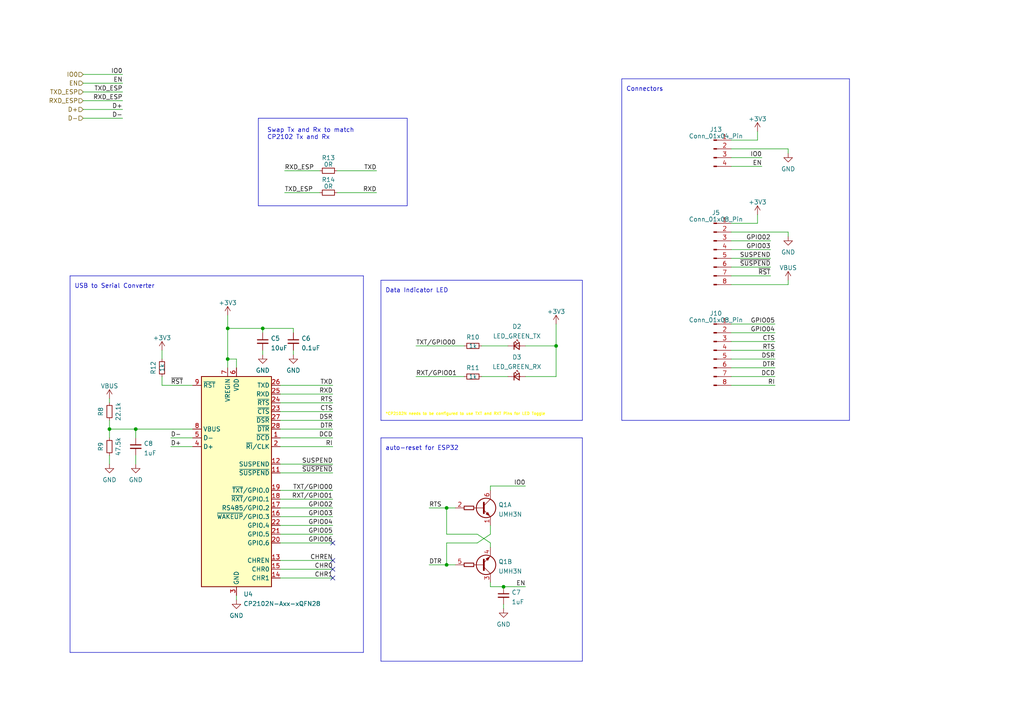
<source format=kicad_sch>
(kicad_sch (version 20230121) (generator eeschema)
  (paper "A4")
  (lib_symbols
    (symbol "Connector:Conn_01x04_Pin" (pin_names (offset 1.016) hide)
      (property "Reference" "J" (at 0 5.08 0))
      (property "Value" "Conn_01x04_Pin" (at 0 -7.62 0))
      (symbol "Conn_01x04_Pin_1_1"
        (polyline (pts (xy 1.27 -5.08) (xy 0.8636 -5.08)) (stroke (width 0.1524)))
        (polyline (pts (xy 1.27 -2.54) (xy 0.8636 -2.54)) (stroke (width 0.1524)))
        (polyline (pts (xy 1.27 0) (xy 0.8636 0)) (stroke (width 0.1524)))
        (polyline (pts (xy 1.27 2.54) (xy 0.8636 2.54)) (stroke (width 0.1524)))
        (rectangle (start 0.8636 -4.953) (end 0 -5.207) (stroke (width 0.1524)) (fill (type outline)))
        (rectangle (start 0.8636 -2.413) (end 0 -2.667) (stroke (width 0.1524)) (fill (type outline)))
        (rectangle (start 0.8636 0.127) (end 0 -0.127) (stroke (width 0.1524)) (fill (type outline)))
        (rectangle (start 0.8636 2.667) (end 0 2.413) (stroke (width 0.1524)) (fill (type outline)))
        (pin passive line (at 5.08 2.54 180) (length 3.81) (name "Pin_1") (number "1"))
        (pin passive line (at 5.08 0 180) (length 3.81) (name "Pin_2") (number "2"))
        (pin passive line (at 5.08 -2.54 180) (length 3.81) (name "Pin_3") (number "3"))
        (pin passive line (at 5.08 -5.08 180) (length 3.81) (name "Pin_4") (number "4"))
      )
    )
    (symbol "Connector:Conn_01x08_Pin" (pin_names (offset 1.016) hide)
      (property "Reference" "J" (at 0 10.16 0))
      (property "Value" "Conn_01x08_Pin" (at 0 -12.7 0))
      (symbol "Conn_01x08_Pin_1_1"
        (polyline (pts (xy 1.27 -10.16) (xy 0.8636 -10.16)) (stroke (width 0.1524)))
        (polyline (pts (xy 1.27 -7.62) (xy 0.8636 -7.62)) (stroke (width 0.1524)))
        (polyline (pts (xy 1.27 -5.08) (xy 0.8636 -5.08)) (stroke (width 0.1524)))
        (polyline (pts (xy 1.27 -2.54) (xy 0.8636 -2.54)) (stroke (width 0.1524)))
        (polyline (pts (xy 1.27 0) (xy 0.8636 0)) (stroke (width 0.1524)))
        (polyline (pts (xy 1.27 2.54) (xy 0.8636 2.54)) (stroke (width 0.1524)))
        (polyline (pts (xy 1.27 5.08) (xy 0.8636 5.08)) (stroke (width 0.1524)))
        (polyline (pts (xy 1.27 7.62) (xy 0.8636 7.62)) (stroke (width 0.1524)))
        (rectangle (start 0.8636 -10.033) (end 0 -10.287) (stroke (width 0.1524)) (fill (type outline)))
        (rectangle (start 0.8636 -7.493) (end 0 -7.747) (stroke (width 0.1524)) (fill (type outline)))
        (rectangle (start 0.8636 -4.953) (end 0 -5.207) (stroke (width 0.1524)) (fill (type outline)))
        (rectangle (start 0.8636 -2.413) (end 0 -2.667) (stroke (width 0.1524)) (fill (type outline)))
        (rectangle (start 0.8636 0.127) (end 0 -0.127) (stroke (width 0.1524)) (fill (type outline)))
        (rectangle (start 0.8636 2.667) (end 0 2.413) (stroke (width 0.1524)) (fill (type outline)))
        (rectangle (start 0.8636 5.207) (end 0 4.953) (stroke (width 0.1524)) (fill (type outline)))
        (rectangle (start 0.8636 7.747) (end 0 7.493) (stroke (width 0.1524)) (fill (type outline)))
        (pin passive line (at 5.08 7.62 180) (length 3.81) (name "Pin_1") (number "1"))
        (pin passive line (at 5.08 5.08 180) (length 3.81) (name "Pin_2") (number "2"))
        (pin passive line (at 5.08 2.54 180) (length 3.81) (name "Pin_3") (number "3"))
        (pin passive line (at 5.08 0 180) (length 3.81) (name "Pin_4") (number "4"))
        (pin passive line (at 5.08 -2.54 180) (length 3.81) (name "Pin_5") (number "5"))
        (pin passive line (at 5.08 -5.08 180) (length 3.81) (name "Pin_6") (number "6"))
        (pin passive line (at 5.08 -7.62 180) (length 3.81) (name "Pin_7") (number "7"))
        (pin passive line (at 5.08 -10.16 180) (length 3.81) (name "Pin_8") (number "8"))
      )
    )
    (symbol "Device:C_Small" (pin_numbers hide) (pin_names (offset 0.254) hide)
      (property "Reference" "C" (at 0.254 1.778 0))
      (property "Value" "C_Small" (at 0.254 -2.032 0))
      (symbol "C_Small_0_1"
        (polyline (pts (xy -1.524 -0.508) (xy 1.524 -0.508)) (stroke (width 0.3302)))
        (polyline (pts (xy -1.524 0.508) (xy 1.524 0.508)) (stroke (width 0.3048)))
      )
      (symbol "C_Small_1_1"
        (pin passive line (at 0 2.54 270) (length 2.032) (name "~") (number "1"))
        (pin passive line (at 0 -2.54 90) (length 2.032) (name "~") (number "2"))
      )
    )
    (symbol "Device:LED_Small" (pin_numbers hide) (pin_names (offset 0.254) hide)
      (property "Reference" "D" (at -1.27 3.175 0))
      (property "Value" "LED_Small" (at -4.445 -2.54 0))
      (symbol "LED_Small_0_1"
        (polyline (pts (xy -0.762 -1.016) (xy -0.762 1.016)) (stroke (width 0.254)))
        (polyline (pts (xy 1.016 0) (xy -0.762 0)))
        (polyline (pts (xy 0.762 -1.016) (xy -0.762 0) (xy 0.762 1.016) (xy 0.762 -1.016)) (stroke (width 0.254)))
        (polyline (pts (xy 0 0.762) (xy -0.508 1.27) (xy -0.254 1.27) (xy -0.508 1.27) (xy -0.508 1.016)))
        (polyline (pts (xy 0.508 1.27) (xy 0 1.778) (xy 0.254 1.778) (xy 0 1.778) (xy 0 1.524)))
      )
      (symbol "LED_Small_1_1"
        (pin passive line (at -2.54 0 0) (length 1.778) (name "K") (number "1"))
        (pin passive line (at 2.54 0 180) (length 1.778) (name "A") (number "2"))
      )
    )
    (symbol "Device:R_Small" (pin_numbers hide) (pin_names (offset 0.254) hide)
      (property "Reference" "R" (at 0.762 0.508 0))
      (property "Value" "R_Small" (at 0.762 -1.016 0))
      (symbol "R_Small_0_1"
        (rectangle (start -0.762 1.778) (end 0.762 -1.778) (stroke (width 0.2032)))
      )
      (symbol "R_Small_1_1"
        (pin passive line (at 0 2.54 270) (length 0.762) (name "~") (number "1"))
        (pin passive line (at 0 -2.54 90) (length 0.762) (name "~") (number "2"))
      )
    )
    (symbol "Interface_USB:CP2102N-Axx-xQFN28"
      (property "Reference" "U" (at -8.89 31.75 0))
      (property "Value" "CP2102N-Axx-xQFN28" (at 12.7 31.75 0))
      (symbol "CP2102N-Axx-xQFN28_0_1"
        (rectangle (start -10.16 30.48) (end 10.16 -30.48) (stroke (width 0.254)) (fill (type background)))
      )
      (symbol "CP2102N-Axx-xQFN28_1_1"
        (pin input line (at 12.7 12.7 180) (length 2.54) (name "~{DCD}") (number "1"))
        (pin no_connect line (at -10.16 -27.94 0) (length 2.54) hide (name "NC") (number "10"))
        (pin output line (at 12.7 2.54 180) (length 2.54) (name "~{SUSPEND}") (number "11"))
        (pin output line (at 12.7 5.08 180) (length 2.54) (name "SUSPEND") (number "12"))
        (pin output line (at 12.7 -22.86 180) (length 2.54) (name "CHREN") (number "13"))
        (pin output line (at 12.7 -27.94 180) (length 2.54) (name "CHR1") (number "14"))
        (pin output line (at 12.7 -25.4 180) (length 2.54) (name "CHR0") (number "15"))
        (pin bidirectional line (at 12.7 -10.16 180) (length 2.54) (name "~{WAKEUP}/GPIO.3") (number "16"))
        (pin bidirectional line (at 12.7 -7.62 180) (length 2.54) (name "RS485/GPIO.2") (number "17"))
        (pin bidirectional line (at 12.7 -5.08 180) (length 2.54) (name "~{RXT}/GPIO.1") (number "18"))
        (pin bidirectional line (at 12.7 -2.54 180) (length 2.54) (name "~{TXT}/GPIO.0") (number "19"))
        (pin bidirectional line (at 12.7 10.16 180) (length 2.54) (name "~{RI}/CLK") (number "2"))
        (pin bidirectional line (at 12.7 -17.78 180) (length 2.54) (name "GPIO.6") (number "20"))
        (pin bidirectional line (at 12.7 -15.24 180) (length 2.54) (name "GPIO.5") (number "21"))
        (pin bidirectional line (at 12.7 -12.7 180) (length 2.54) (name "GPIO.4") (number "22"))
        (pin input line (at 12.7 20.32 180) (length 2.54) (name "~{CTS}") (number "23"))
        (pin output line (at 12.7 22.86 180) (length 2.54) (name "~{RTS}") (number "24"))
        (pin input line (at 12.7 25.4 180) (length 2.54) (name "RXD") (number "25"))
        (pin output line (at 12.7 27.94 180) (length 2.54) (name "TXD") (number "26"))
        (pin input line (at 12.7 17.78 180) (length 2.54) (name "~{DSR}") (number "27"))
        (pin output line (at 12.7 15.24 180) (length 2.54) (name "~{DTR}") (number "28"))
        (pin passive line (at 0 -33.02 90) (length 2.54) hide (name "GND") (number "29"))
        (pin power_in line (at 0 -33.02 90) (length 2.54) (name "GND") (number "3"))
        (pin bidirectional line (at -12.7 10.16 0) (length 2.54) (name "D+") (number "4"))
        (pin bidirectional line (at -12.7 12.7 0) (length 2.54) (name "D-") (number "5"))
        (pin power_in line (at 0 33.02 270) (length 2.54) (name "VDD") (number "6"))
        (pin power_in line (at -2.54 33.02 270) (length 2.54) (name "VREGIN") (number "7"))
        (pin input line (at -12.7 15.24 0) (length 2.54) (name "VBUS") (number "8"))
        (pin input line (at -12.7 27.94 0) (length 2.54) (name "~{RST}") (number "9"))
      )
    )
    (symbol "Transistor_BJT:UMH3N" (pin_names hide)
      (property "Reference" "Q" (at 7.62 1.27 0))
      (property "Value" "UMH3N" (at 7.62 -1.27 0))
      (symbol "UMH3N_0_1"
        (polyline (pts (xy 3.175 0) (xy 0.254 0)))
        (polyline (pts (xy 3.175 0.635) (xy 5.08 2.54)))
        (polyline (pts (xy 3.175 1.524) (xy 3.175 -1.524)) (stroke (width 0.508)))
        (polyline (pts (xy 3.175 -0.635) (xy 5.08 -2.54) (xy 5.08 -2.54)))
        (polyline (pts (xy 3.81 -1.778) (xy 4.318 -1.27) (xy 4.826 -2.286) (xy 3.81 -1.778) (xy 3.81 -1.778)) (fill (type outline)))
        (rectangle (start 0.254 0.508) (end -2.54 -0.508) (stroke (width 0.254)))
        (circle (center 3.81 0) (radius 2.8194) (stroke (width 0.254)))
      )
      (symbol "UMH3N_1_1"
        (pin passive line (at 5.08 -5.08 90) (length 2.54) (name "E1") (number "1"))
        (pin input line (at -5.08 0 0) (length 2.54) (name "B1") (number "2"))
        (pin passive line (at 5.08 5.08 270) (length 2.54) (name "C1") (number "6"))
      )
      (symbol "UMH3N_2_1"
        (pin passive line (at 5.08 5.08 270) (length 2.54) (name "C2") (number "3"))
        (pin passive line (at 5.08 -5.08 90) (length 2.54) (name "E2") (number "4"))
        (pin input line (at -5.08 0 0) (length 2.54) (name "B2") (number "5"))
      )
    )
    (symbol "power:+3V3" (power) (pin_names (offset 0))
      (property "Value" "+3V3" (at 0 3.556 0))
      (symbol "+3V3_0_1"
        (polyline (pts (xy -0.762 1.27) (xy 0 2.54)))
        (polyline (pts (xy 0 0) (xy 0 2.54)))
        (polyline (pts (xy 0 2.54) (xy 0.762 1.27)))
      )
      (symbol "+3V3_1_1"
        (pin power_in line (at 0 0 90) (length 0) hide (name "+3V3") (number "1"))
      )
    )
    (symbol "power:GND" (power) (pin_names (offset 0))
      (property "Value" "GND" (at 0 -3.81 0))
      (symbol "GND_0_1"
        (polyline (pts (xy 0 0) (xy 0 -1.27) (xy 1.27 -1.27) (xy 0 -2.54) (xy -1.27 -1.27) (xy 0 -1.27)))
      )
      (symbol "GND_1_1"
        (pin power_in line (at 0 0 270) (length 0) hide (name "GND") (number "1"))
      )
    )
    (symbol "power:VBUS" (power) (pin_names (offset 0))
      (property "Value" "VBUS" (at 0 3.81 0))
      (symbol "VBUS_0_1"
        (polyline (pts (xy -0.762 1.27) (xy 0 2.54)))
        (polyline (pts (xy 0 0) (xy 0 2.54)))
        (polyline (pts (xy 0 2.54) (xy 0.762 1.27)))
      )
      (symbol "VBUS_1_1"
        (pin power_in line (at 0 0 90) (length 0) hide (name "VBUS") (number "1"))
      )
    )
  )
  (junction (at 31.75 124.46))
  (junction (at 129.54 147.32))
  (junction (at 161.29 100.33))
  (junction (at 66.04 104.14))
  (junction (at 39.37 124.46))
  (junction (at 76.2 95.25))
  (junction (at 129.54 163.83))
  (junction (at 66.04 95.25))
  (junction (at 146.05 170.18))
  (no_connect (at 96.52 157.48))
  (no_connect (at 96.52 162.56))
  (no_connect (at 96.52 167.64))
  (no_connect (at 96.52 165.1))
  (wire (pts (xy 66.04 91.44) (xy 66.04 95.25)))
  (polyline (pts (xy 110.49 81.28) (xy 110.49 121.92)))
  (wire (pts (xy 212.09 69.85) (xy 223.52 69.85)))
  (wire (pts (xy 142.24 170.18) (xy 142.24 168.91)))
  (wire (pts (xy 81.28 165.1) (xy 96.52 165.1)))
  (polyline (pts (xy 105.41 189.23) (xy 105.41 80.01)))
  (wire (pts (xy 76.2 101.6) (xy 76.2 102.87)))
  (wire (pts (xy 219.71 38.1) (xy 219.71 40.64)))
  (wire (pts (xy 212.09 99.06) (xy 224.79 99.06)))
  (wire (pts (xy 139.7 109.22) (xy 147.32 109.22)))
  (wire (pts (xy 219.71 64.77) (xy 212.09 64.77)))
  (polyline (pts (xy 110.49 127) (xy 110.49 191.77)))
  (wire (pts (xy 228.6 44.45) (xy 228.6 43.18)))
  (wire (pts (xy 81.28 152.4) (xy 96.52 152.4)))
  (wire (pts (xy 81.28 147.32) (xy 96.52 147.32)))
  (polyline (pts (xy 168.91 191.77) (xy 110.49 191.77)))
  (wire (pts (xy 219.71 62.23) (xy 219.71 64.77)))
  (wire (pts (xy 81.28 154.94) (xy 96.52 154.94)))
  (wire (pts (xy 81.28 127) (xy 96.52 127)))
  (wire (pts (xy 68.58 172.72) (xy 68.58 173.99)))
  (wire (pts (xy 68.58 106.68) (xy 68.58 104.14)))
  (wire (pts (xy 212.09 104.14) (xy 224.79 104.14)))
  (wire (pts (xy 24.13 24.13) (xy 35.56 24.13)))
  (wire (pts (xy 49.53 127) (xy 55.88 127)))
  (wire (pts (xy 212.09 82.55) (xy 228.6 82.55)))
  (wire (pts (xy 142.24 158.75) (xy 142.24 157.48)))
  (wire (pts (xy 46.99 101.6) (xy 46.99 104.14)))
  (polyline (pts (xy 168.91 127) (xy 168.91 191.77)))
  (wire (pts (xy 228.6 43.18) (xy 212.09 43.18)))
  (wire (pts (xy 212.09 106.68) (xy 224.79 106.68)))
  (wire (pts (xy 81.28 124.46) (xy 96.52 124.46)))
  (wire (pts (xy 81.28 142.24) (xy 96.52 142.24)))
  (wire (pts (xy 82.55 49.53) (xy 92.71 49.53)))
  (polyline (pts (xy 74.93 34.29) (xy 118.11 34.29)))
  (polyline (pts (xy 246.38 22.86) (xy 246.38 121.92)))
  (wire (pts (xy 212.09 101.6) (xy 224.79 101.6)))
  (wire (pts (xy 212.09 77.47) (xy 223.52 77.47)))
  (wire (pts (xy 146.05 170.18) (xy 142.24 170.18)))
  (wire (pts (xy 66.04 104.14) (xy 66.04 106.68)))
  (wire (pts (xy 81.28 149.86) (xy 96.52 149.86)))
  (polyline (pts (xy 118.11 59.69) (xy 74.93 59.69)))
  (wire (pts (xy 212.09 74.93) (xy 223.52 74.93)))
  (wire (pts (xy 228.6 67.31) (xy 228.6 68.58)))
  (wire (pts (xy 212.09 96.52) (xy 224.79 96.52)))
  (wire (pts (xy 97.79 55.88) (xy 109.22 55.88)))
  (polyline (pts (xy 110.49 127) (xy 168.91 127)))
  (wire (pts (xy 161.29 93.98) (xy 161.29 100.33)))
  (wire (pts (xy 152.4 170.18) (xy 146.05 170.18)))
  (wire (pts (xy 142.24 140.97) (xy 142.24 142.24)))
  (polyline (pts (xy 180.34 22.86) (xy 246.38 22.86)))
  (wire (pts (xy 146.05 175.26) (xy 146.05 176.53)))
  (wire (pts (xy 31.75 124.46) (xy 39.37 124.46)))
  (wire (pts (xy 152.4 140.97) (xy 142.24 140.97)))
  (wire (pts (xy 46.99 111.76) (xy 55.88 111.76)))
  (wire (pts (xy 129.54 157.48) (xy 129.54 163.83)))
  (wire (pts (xy 46.99 109.22) (xy 46.99 111.76)))
  (polyline (pts (xy 110.49 121.92) (xy 168.91 121.92)))
  (wire (pts (xy 212.09 67.31) (xy 228.6 67.31)))
  (wire (pts (xy 85.09 96.52) (xy 85.09 95.25)))
  (wire (pts (xy 39.37 124.46) (xy 55.88 124.46)))
  (wire (pts (xy 129.54 163.83) (xy 132.08 163.83)))
  (wire (pts (xy 24.13 26.67) (xy 35.56 26.67)))
  (wire (pts (xy 212.09 93.98) (xy 224.79 93.98)))
  (wire (pts (xy 228.6 81.28) (xy 228.6 82.55)))
  (wire (pts (xy 81.28 129.54) (xy 96.52 129.54)))
  (wire (pts (xy 66.04 95.25) (xy 76.2 95.25)))
  (wire (pts (xy 81.28 167.64) (xy 96.52 167.64)))
  (wire (pts (xy 120.65 100.33) (xy 134.62 100.33)))
  (wire (pts (xy 129.54 154.94) (xy 129.54 147.32)))
  (wire (pts (xy 76.2 95.25) (xy 85.09 95.25)))
  (wire (pts (xy 219.71 40.64) (xy 212.09 40.64)))
  (wire (pts (xy 31.75 121.92) (xy 31.75 124.46)))
  (polyline (pts (xy 105.41 80.01) (xy 20.32 80.01)))
  (wire (pts (xy 138.43 154.94) (xy 129.54 154.94)))
  (wire (pts (xy 82.55 55.88) (xy 92.71 55.88)))
  (wire (pts (xy 81.28 162.56) (xy 96.52 162.56)))
  (polyline (pts (xy 74.93 59.69) (xy 74.93 34.29)))
  (polyline (pts (xy 118.11 34.29) (xy 118.11 59.69)))
  (polyline (pts (xy 20.32 80.01) (xy 20.32 189.23)))
  (wire (pts (xy 81.28 114.3) (xy 96.52 114.3)))
  (wire (pts (xy 31.75 115.57) (xy 31.75 116.84)))
  (wire (pts (xy 97.79 49.53) (xy 109.22 49.53)))
  (wire (pts (xy 139.7 100.33) (xy 147.32 100.33)))
  (polyline (pts (xy 246.38 121.92) (xy 180.34 121.92)))
  (polyline (pts (xy 168.91 121.92) (xy 168.91 81.28)))
  (wire (pts (xy 212.09 111.76) (xy 224.79 111.76)))
  (wire (pts (xy 39.37 132.08) (xy 39.37 134.62)))
  (wire (pts (xy 142.24 152.4) (xy 142.24 154.94)))
  (wire (pts (xy 120.65 109.22) (xy 134.62 109.22)))
  (wire (pts (xy 24.13 34.29) (xy 35.56 34.29)))
  (wire (pts (xy 81.28 157.48) (xy 96.52 157.48)))
  (wire (pts (xy 81.28 119.38) (xy 96.52 119.38)))
  (wire (pts (xy 81.28 121.92) (xy 96.52 121.92)))
  (wire (pts (xy 31.75 132.08) (xy 31.75 134.62)))
  (wire (pts (xy 124.46 163.83) (xy 129.54 163.83)))
  (wire (pts (xy 129.54 147.32) (xy 132.08 147.32)))
  (wire (pts (xy 142.24 154.94) (xy 138.43 157.48)))
  (polyline (pts (xy 20.32 189.23) (xy 105.41 189.23)))
  (wire (pts (xy 85.09 101.6) (xy 85.09 102.87)))
  (polyline (pts (xy 110.49 81.28) (xy 168.91 81.28)))
  (wire (pts (xy 161.29 109.22) (xy 161.29 100.33)))
  (wire (pts (xy 31.75 124.46) (xy 31.75 127)))
  (wire (pts (xy 81.28 134.62) (xy 96.52 134.62)))
  (wire (pts (xy 24.13 31.75) (xy 35.56 31.75)))
  (wire (pts (xy 161.29 100.33) (xy 152.4 100.33)))
  (wire (pts (xy 212.09 48.26) (xy 220.98 48.26)))
  (wire (pts (xy 81.28 137.16) (xy 96.52 137.16)))
  (wire (pts (xy 81.28 144.78) (xy 96.52 144.78)))
  (wire (pts (xy 39.37 124.46) (xy 39.37 127)))
  (wire (pts (xy 49.53 129.54) (xy 55.88 129.54)))
  (wire (pts (xy 212.09 45.72) (xy 220.98 45.72)))
  (polyline (pts (xy 180.34 121.92) (xy 180.34 22.86)))
  (wire (pts (xy 138.43 157.48) (xy 129.54 157.48)))
  (wire (pts (xy 24.13 29.21) (xy 35.56 29.21)))
  (wire (pts (xy 212.09 80.01) (xy 223.52 80.01)))
  (wire (pts (xy 66.04 95.25) (xy 66.04 104.14)))
  (wire (pts (xy 76.2 95.25) (xy 76.2 96.52)))
  (wire (pts (xy 68.58 104.14) (xy 66.04 104.14)))
  (wire (pts (xy 81.28 116.84) (xy 96.52 116.84)))
  (wire (pts (xy 212.09 72.39) (xy 223.52 72.39)))
  (wire (pts (xy 124.46 147.32) (xy 129.54 147.32)))
  (wire (pts (xy 212.09 109.22) (xy 224.79 109.22)))
  (wire (pts (xy 152.4 109.22) (xy 161.29 109.22)))
  (wire (pts (xy 24.13 21.59) (xy 35.56 21.59)))
  (wire (pts (xy 81.28 111.76) (xy 96.52 111.76)))
  (wire (pts (xy 142.24 157.48) (xy 138.43 154.94)))
  (text "Swap Tx and Rx to match \nCP2102 Tx and Rx" (at 77.47 40.64 0) (effects (font (size 1.27 1.27)) (justify left bottom)))
  (text "Connectors" (at 181.61 26.67 0) (effects (font (size 1.27 1.27)) (justify left bottom)))
  (text "USB to Serial Converter" (at 21.59 83.82 0) (effects (font (size 1.27 1.27)) (justify left bottom)))
  (text "*CP2102N needs to be configured to use TXT and RXT Pins for LED Toggle" (at 111.76 120.65 0) (effects (font (size 0.8 0.8)) (justify left bottom)))
  (text "Data Indicator LED " (at 111.76 85.09 0) (effects (font (size 1.27 1.27)) (justify left bottom)))
  (text "auto-reset for ESP32" (at 111.76 130.81 0) (effects (font (size 1.27 1.27)) (justify left bottom)))
  (label "RXD_ESP" (at 35.56 29.21 180))
  (label "SUSPEND" (at 96.52 134.62 180))
  (label "CHREN" (at 96.52 162.56 180))
  (label "EN" (at 152.4 170.18 180))
  (label "TXD" (at 96.52 111.76 180))
  (label "DTR" (at 124.46 163.83 0))
  (label "IO0" (at 35.56 21.59 180))
  (label "D-" (at 49.53 127 0))
  (label "EN" (at 35.56 24.13 180))
  (label "CHR0" (at 96.52 165.1 180))
  (label "GPIO05" (at 96.52 154.94 180))
  (label "RXD_ESP" (at 82.55 49.53 0))
  (label "IO0" (at 152.4 140.97 180))
  (label "~{RST}" (at 223.52 80.01 180))
  (label "RXT{slash}GPIO01" (at 96.52 144.78 180))
  (label "GPIO05" (at 224.79 93.98 180))
  (label "~{RST}" (at 49.53 111.76 0))
  (label "CTS" (at 96.52 119.38 180))
  (label "GPIO02" (at 96.52 147.32 180))
  (label "RI" (at 224.79 111.76 180))
  (label "CTS" (at 224.79 99.06 180))
  (label "DTR" (at 224.79 106.68 180))
  (label "D+" (at 35.56 31.75 180))
  (label "DSR" (at 224.79 104.14 180))
  (label "D-" (at 35.56 34.29 180))
  (label "RXD" (at 109.22 55.88 180))
  (label "~{SUSPEND}" (at 223.52 77.47 180))
  (label "~{SUSPEND}" (at 96.52 137.16 180))
  (label "RXT{slash}GPIO01" (at 120.65 109.22 0))
  (label "TXT{slash}GPIO00" (at 120.65 100.33 0))
  (label "RI" (at 96.52 129.54 180))
  (label "RXD" (at 96.52 114.3 180))
  (label "GPIO06" (at 96.52 157.48 180))
  (label "RTS" (at 96.52 116.84 180))
  (label "GPIO03" (at 223.52 72.39 180))
  (label "TXD" (at 109.22 49.53 180))
  (label "TXD_ESP" (at 35.56 26.67 180))
  (label "RTS" (at 124.46 147.32 0))
  (label "DTR" (at 96.52 124.46 180))
  (label "GPIO04" (at 96.52 152.4 180))
  (label "RTS" (at 224.79 101.6 180))
  (label "IO0" (at 220.98 45.72 180))
  (label "TXT{slash}GPIO00" (at 96.52 142.24 180))
  (label "DCD" (at 96.52 127 180))
  (label "SUSPEND" (at 223.52 74.93 180))
  (label "D+" (at 49.53 129.54 0))
  (label "GPIO04" (at 224.79 96.52 180))
  (label "GPIO02" (at 223.52 69.85 180))
  (label "GPIO03" (at 96.52 149.86 180))
  (label "DSR" (at 96.52 121.92 180))
  (label "DCD" (at 224.79 109.22 180))
  (label "TXD_ESP" (at 82.55 55.88 0))
  (label "EN" (at 220.98 48.26 180))
  (label "CHR1" (at 96.52 167.64 180))
  (hierarchical_label "D-" (shape input) (at 24.13 34.29 180))
  (hierarchical_label "RXD_ESP" (shape input) (at 24.13 29.21 180))
  (hierarchical_label "TXD_ESP" (shape input) (at 24.13 26.67 180))
  (hierarchical_label "D+" (shape input) (at 24.13 31.75 180))
  (hierarchical_label "IO0" (shape input) (at 24.13 21.59 180))
  (hierarchical_label "EN" (shape input) (at 24.13 24.13 180))
  (symbol (lib_id "power:+3V3") (at 219.71 38.1 0) (unit 1)
    (property "Reference" "#PWR0155" (effects hide))
    (property "Value" "+3V3" (at 219.71 34.4955 0))
  )
  (symbol (lib_id "Transistor_BJT:UMH3N") (at 137.16 147.32 0) (unit 1)
    (property "Reference" "Q1" (at 144.5514 146.4115 0) (effects (justify left)))
    (property "Value" "UMH3N" (at 144.5514 149.1866 0) (effects (justify left)))
    (property "Footprint" "Package_TO_SOT_SMD:SOT-363_SC-70-6" (effects hide))
    (property "Datasheet" "http://rohmfs.rohm.com/en/products/databook/datasheet/discrete/transistor/digital/emh3t2r-e.pdf" (effects hide))
  )
  (symbol (lib_id "Connector:Conn_01x04_Pin") (at 207.01 43.18 0) (unit 1)
    (property "Reference" "J13" (at 207.645 37.5539 0))
    (property "Value" "Conn_01x04_Pin" (at 207.645 39.4749 0))
    (property "Footprint" "Connector_PinHeader_2.54mm:PinHeader_1x04_P2.54mm_Vertical" (effects hide))
  )
  (symbol (lib_id "power:+3V3") (at 219.71 62.23 0) (unit 1)
    (property "Reference" "#PWR0147" (effects hide))
    (property "Value" "+3V3" (at 219.71 58.6255 0))
  )
  (symbol (lib_id "power:GND") (at 68.58 173.99 0) (unit 1)
    (property "Reference" "#PWR0148" (effects hide))
    (property "Value" "GND" (at 68.58 178.5525 0))
  )
  (symbol (lib_id "power:+3V3") (at 161.29 93.98 0) (unit 1)
    (property "Reference" "#PWR0146" (effects hide))
    (property "Value" "+3V3" (at 161.29 90.3755 0))
  )
  (symbol (lib_id "power:GND") (at 31.75 134.62 0) (unit 1)
    (property "Reference" "#PWR0151" (effects hide))
    (property "Value" "GND" (at 31.75 139.1825 0))
  )
  (symbol (lib_id "Device:R_Small") (at 137.16 109.22 90) (unit 1)
    (property "Reference" "R11" (at 137.16 106.68 90))
    (property "Value" "1k" (at 137.16 109.22 90))
    (property "Footprint" "Resistor_SMD:R_0603_1608Metric" (effects hide))
  )
  (symbol (lib_id "Device:R_Small") (at 31.75 129.54 180) (unit 1)
    (property "Reference" "R9" (at 29.21 129.54 90))
    (property "Value" "47.5k" (at 34.29 129.54 90))
    (property "Footprint" "Resistor_SMD:R_0603_1608Metric" (effects hide))
  )
  (symbol (lib_id "power:+3V3") (at 66.04 91.44 0) (unit 1)
    (property "Reference" "#PWR0145" (effects hide))
    (property "Value" "+3V3" (at 66.04 87.8355 0))
  )
  (symbol (lib_id "Device:LED_Small") (at 149.86 100.33 0) (unit 1)
    (property "Reference" "D2" (at 149.9235 94.7125 0))
    (property "Value" "LED_GREEN_TX" (at 149.9235 97.4876 0))
    (property "Footprint" "LED_SMD:LED_0603_1608Metric" (effects hide))
  )
  (symbol (lib_id "Device:R_Small") (at 46.99 106.68 180) (unit 1)
    (property "Reference" "R12" (at 44.45 106.68 90))
    (property "Value" "1k" (at 46.99 106.68 90))
    (property "Footprint" "Resistor_SMD:R_0603_1608Metric" (effects hide))
  )
  (symbol (lib_id "power:GND") (at 85.09 102.87 0) (unit 1)
    (property "Reference" "#PWR0141" (effects hide))
    (property "Value" "GND" (at 85.09 107.4325 0))
  )
  (symbol (lib_id "power:GND") (at 146.05 176.53 0) (unit 1)
    (property "Reference" "#PWR0152" (effects hide))
    (property "Value" "GND" (at 146.05 181.0925 0))
  )
  (symbol (lib_id "power:GND") (at 39.37 134.62 0) (unit 1)
    (property "Reference" "#PWR0149" (effects hide))
    (property "Value" "GND" (at 39.37 139.1825 0))
  )
  (symbol (lib_id "Device:C_Small") (at 85.09 99.06 0) (unit 1)
    (property "Reference" "C6" (at 87.4141 98.1578 0) (effects (justify left)))
    (property "Value" "0.1uF" (at 87.4141 100.9329 0) (effects (justify left)))
    (property "Footprint" "Capacitor_SMD:C_0603_1608Metric" (effects hide))
  )
  (symbol (lib_id "power:+3V3") (at 46.99 101.6 0) (unit 1)
    (property "Reference" "#PWR0144" (effects hide))
    (property "Value" "+3V3" (at 46.99 97.9955 0))
  )
  (symbol (lib_id "Device:C_Small") (at 146.05 172.72 0) (unit 1)
    (property "Reference" "C7" (at 148.3741 171.8178 0) (effects (justify left)))
    (property "Value" "1uF" (at 148.3741 174.5929 0) (effects (justify left)))
    (property "Footprint" "Capacitor_SMD:C_0603_1608Metric" (effects hide))
  )
  (symbol (lib_id "Connector:Conn_01x08_Pin") (at 207.01 72.39 0) (unit 1)
    (property "Reference" "J5" (at 207.645 61.6839 0))
    (property "Value" "Conn_01x08_Pin" (at 207.645 63.6049 0))
    (property "Footprint" "Connector_PinHeader_2.54mm:PinHeader_1x08_P2.54mm_Vertical" (effects hide))
  )
  (symbol (lib_id "power:GND") (at 228.6 44.45 0) (unit 1)
    (property "Reference" "#PWR0154" (effects hide))
    (property "Value" "GND" (at 228.6 49.0125 0))
  )
  (symbol (lib_id "Interface_USB:CP2102N-Axx-xQFN28") (at 68.58 139.7 0) (unit 1)
    (property "Reference" "U4" (at 70.5994 172.3295 0) (effects (justify left)))
    (property "Value" "CP2102N-Axx-xQFN28" (at 70.5994 175.1046 0) (effects (justify left)))
    (property "Footprint" "Package_DFN_QFN:QFN-28-1EP_5x5mm_P0.5mm_EP3.35x3.35mm" (effects hide))
    (property "Datasheet" "https://www.silabs.com/documents/public/data-sheets/cp2102n-datasheet.pdf" (effects hide))
  )
  (symbol (lib_id "Device:C_Small") (at 39.37 129.54 0) (unit 1)
    (property "Reference" "C8" (at 41.6941 128.6378 0) (effects (justify left)))
    (property "Value" "1uF" (at 41.6941 131.4129 0) (effects (justify left)))
    (property "Footprint" "Capacitor_SMD:C_0603_1608Metric" (effects hide))
  )
  (symbol (lib_id "power:VBUS") (at 228.6 81.28 0) (unit 1)
    (property "Reference" "#PWR0150" (effects hide))
    (property "Value" "VBUS" (at 228.6 77.6755 0))
  )
  (symbol (lib_id "power:GND") (at 228.6 68.58 0) (unit 1)
    (property "Reference" "#PWR0153" (effects hide))
    (property "Value" "GND" (at 228.6 73.1425 0))
  )
  (symbol (lib_id "Transistor_BJT:UMH3N") (at 137.16 163.83 0) (mirror x) (unit 2)
    (property "Reference" "Q1" (at 144.5514 162.9215 0) (effects (justify left)))
    (property "Value" "UMH3N" (at 144.5514 165.6966 0) (effects (justify left)))
    (property "Footprint" "Package_TO_SOT_SMD:SOT-363_SC-70-6" (effects hide))
    (property "Datasheet" "http://rohmfs.rohm.com/en/products/databook/datasheet/discrete/transistor/digital/emh3t2r-e.pdf" (effects hide))
  )
  (symbol (lib_id "Device:R_Small") (at 137.16 100.33 90) (unit 1)
    (property "Reference" "R10" (at 137.16 97.79 90))
    (property "Value" "1k" (at 137.16 100.33 90))
    (property "Footprint" "Resistor_SMD:R_0603_1608Metric" (effects hide))
  )
  (symbol (lib_id "Device:LED_Small") (at 149.86 109.22 0) (unit 1)
    (property "Reference" "D3" (at 149.9235 103.6025 0))
    (property "Value" "LED_GREEN_RX" (at 149.9235 106.3776 0))
    (property "Footprint" "LED_SMD:LED_0603_1608Metric" (effects hide))
  )
  (symbol (lib_id "power:VBUS") (at 31.75 115.57 0) (unit 1)
    (property "Reference" "#PWR0143" (effects hide))
    (property "Value" "VBUS" (at 31.75 111.9655 0))
  )
  (symbol (lib_id "Device:R_Small") (at 95.25 49.53 90) (unit 1)
    (property "Reference" "R13" (at 95.25 45.7835 90))
    (property "Value" "0R" (at 95.25 47.7045 90))
    (property "Footprint" "Resistor_SMD:R_0603_1608Metric" (effects hide))
  )
  (symbol (lib_id "Device:C_Small") (at 76.2 99.06 0) (unit 1)
    (property "Reference" "C5" (at 78.5241 98.1578 0) (effects (justify left)))
    (property "Value" "10uF" (at 78.5241 100.9329 0) (effects (justify left)))
    (property "Footprint" "Capacitor_SMD:C_0603_1608Metric" (effects hide))
  )
  (symbol (lib_id "power:GND") (at 76.2 102.87 0) (unit 1)
    (property "Reference" "#PWR0142" (effects hide))
    (property "Value" "GND" (at 76.2 107.4325 0))
  )
  (symbol (lib_id "Device:R_Small") (at 31.75 119.38 180) (unit 1)
    (property "Reference" "R8" (at 29.21 119.38 90))
    (property "Value" "22.1k" (at 34.29 119.38 90))
    (property "Footprint" "Resistor_SMD:R_0603_1608Metric" (effects hide))
  )
  (symbol (lib_id "Device:R_Small") (at 95.25 55.88 90) (unit 1)
    (property "Reference" "R14" (at 95.25 52.1335 90))
    (property "Value" "0R" (at 95.25 54.0545 90))
    (property "Footprint" "Resistor_SMD:R_0603_1608Metric" (effects hide))
  )
  (symbol (lib_id "Connector:Conn_01x08_Pin") (at 207.01 101.6 0) (unit 1)
    (property "Reference" "J10" (at 207.645 90.8939 0))
    (property "Value" "Conn_01x08_Pin" (at 207.645 92.8149 0))
    (property "Footprint" "Connector_PinHeader_2.54mm:PinHeader_1x08_P2.54mm_Vertical" (effects hide))
  )
)
</source>
